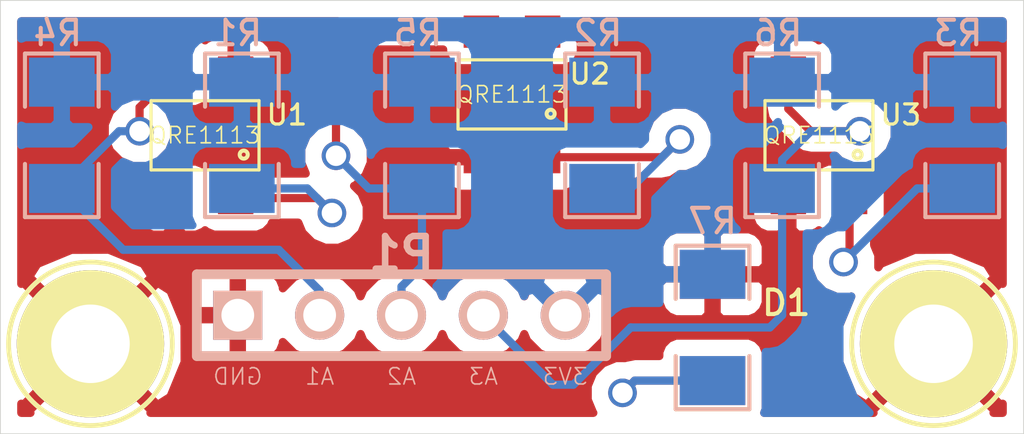
<source format=kicad_pcb>
(kicad_pcb (version 3) (host pcbnew "(2013-07-07 BZR 4022)-stable")

  (general
    (links 26)
    (no_connects 0)
    (area 202.353334 167.740696 236.304666 182.372)
    (thickness 1.6)
    (drawings 9)
    (tracks 52)
    (zones 0)
    (modules 14)
    (nets 10)
  )

  (page USLedger)
  (title_block 
    (title "Sensor Array")
    (rev A)
    (company Hazard)
  )

  (layers
    (15 F.Cu signal)
    (0 B.Cu signal hide)
    (16 B.Adhes user)
    (17 F.Adhes user)
    (18 B.Paste user)
    (19 F.Paste user)
    (20 B.SilkS user hide)
    (21 F.SilkS user)
    (22 B.Mask user)
    (23 F.Mask user)
    (28 Edge.Cuts user)
  )

  (setup
    (last_trace_width 0.254)
    (trace_clearance 0.381)
    (zone_clearance 0.508)
    (zone_45_only no)
    (trace_min 0.1524)
    (segment_width 0.2)
    (edge_width 0.0254)
    (via_size 0.889)
    (via_drill 0.635)
    (via_min_size 0.889)
    (via_min_drill 0.3302)
    (uvia_size 0.508)
    (uvia_drill 0.127)
    (uvias_allowed no)
    (uvia_min_size 0.508)
    (uvia_min_drill 0.127)
    (pcb_text_width 0.3)
    (pcb_text_size 1.5 1.5)
    (mod_edge_width 0.15)
    (mod_text_size 1 1)
    (mod_text_width 0.15)
    (pad_size 4.572 4.572)
    (pad_drill 2.4384)
    (pad_to_mask_clearance 0)
    (aux_axis_origin 0 0)
    (visible_elements 7FFFFD9F)
    (pcbplotparams
      (layerselection 3178497)
      (usegerberextensions true)
      (excludeedgelayer true)
      (linewidth 0.150000)
      (plotframeref false)
      (viasonmask false)
      (mode 1)
      (useauxorigin false)
      (hpglpennumber 1)
      (hpglpenspeed 20)
      (hpglpendiameter 15)
      (hpglpenoverlay 2)
      (psnegative false)
      (psa4output false)
      (plotreference true)
      (plotvalue true)
      (plotothertext true)
      (plotinvisibletext false)
      (padsonsilk false)
      (subtractmaskfromsilk false)
      (outputformat 1)
      (mirror false)
      (drillshape 1)
      (scaleselection 1)
      (outputdirectory ""))
  )

  (net 0 "")
  (net 1 3V3)
  (net 2 A1)
  (net 3 A2)
  (net 4 A3)
  (net 5 GND)
  (net 6 N-000003)
  (net 7 N-000006)
  (net 8 N-000008)
  (net 9 N-000009)

  (net_class Default "This is the default net class."
    (clearance 0.381)
    (trace_width 0.254)
    (via_dia 0.889)
    (via_drill 0.635)
    (uvia_dia 0.508)
    (uvia_drill 0.127)
    (add_net "")
    (add_net 3V3)
    (add_net A1)
    (add_net A2)
    (add_net A3)
    (add_net GND)
    (add_net N-000003)
    (add_net N-000006)
    (add_net N-000008)
    (add_net N-000009)
  )

  (module SM1206 (layer B.Cu) (tedit 547260E4) (tstamp 546A966C)
    (at 210.947 172.085 270)
    (path /54681008)
    (attr smd)
    (fp_text reference R1 (at -3.175 0.127 360) (layer B.SilkS)
      (effects (font (size 0.762 0.762) (thickness 0.127)) (justify mirror))
    )
    (fp_text value 56 (at 0 0 270) (layer B.SilkS) hide
      (effects (font (size 0.762 0.762) (thickness 0.127)) (justify mirror))
    )
    (fp_line (start -2.54 1.143) (end -2.54 -1.143) (layer B.SilkS) (width 0.127))
    (fp_line (start -2.54 -1.143) (end -0.889 -1.143) (layer B.SilkS) (width 0.127))
    (fp_line (start 0.889 1.143) (end 2.54 1.143) (layer B.SilkS) (width 0.127))
    (fp_line (start 2.54 1.143) (end 2.54 -1.143) (layer B.SilkS) (width 0.127))
    (fp_line (start 2.54 -1.143) (end 0.889 -1.143) (layer B.SilkS) (width 0.127))
    (fp_line (start -0.889 1.143) (end -2.54 1.143) (layer B.SilkS) (width 0.127))
    (pad 1 smd rect (at -1.651 0 270) (size 1.524 2.032)
      (layers B.Cu)
      (net 1 3V3)
    )
    (pad 2 smd rect (at 1.651 0 270) (size 1.524 2.032)
      (layers B.Cu)
      (net 9 N-000009)
    )
    (model smd/chip_cms.wrl
      (at (xyz 0 0 0))
      (scale (xyz 0.17 0.16 0.16))
      (rotate (xyz 0 0 0))
    )
  )

  (module SM1206 (layer B.Cu) (tedit 547260ED) (tstamp 546A9678)
    (at 205.359 172.085 270)
    (path /54681044)
    (attr smd)
    (fp_text reference R4 (at -3.175 0.127 360) (layer B.SilkS)
      (effects (font (size 0.762 0.762) (thickness 0.127)) (justify mirror))
    )
    (fp_text value 8.2k (at 0 0 270) (layer B.SilkS) hide
      (effects (font (size 0.762 0.762) (thickness 0.127)) (justify mirror))
    )
    (fp_line (start -2.54 1.143) (end -2.54 -1.143) (layer B.SilkS) (width 0.127))
    (fp_line (start -2.54 -1.143) (end -0.889 -1.143) (layer B.SilkS) (width 0.127))
    (fp_line (start 0.889 1.143) (end 2.54 1.143) (layer B.SilkS) (width 0.127))
    (fp_line (start 2.54 1.143) (end 2.54 -1.143) (layer B.SilkS) (width 0.127))
    (fp_line (start 2.54 -1.143) (end 0.889 -1.143) (layer B.SilkS) (width 0.127))
    (fp_line (start -0.889 1.143) (end -2.54 1.143) (layer B.SilkS) (width 0.127))
    (pad 1 smd rect (at -1.651 0 270) (size 1.524 2.032)
      (layers B.Cu)
      (net 1 3V3)
    )
    (pad 2 smd rect (at 1.651 0 270) (size 1.524 2.032)
      (layers B.Cu)
      (net 2 A1)
    )
    (model smd/chip_cms.wrl
      (at (xyz 0 0 0))
      (scale (xyz 0.17 0.16 0.16))
      (rotate (xyz 0 0 0))
    )
  )

  (module SM1206 (layer B.Cu) (tedit 547260DD) (tstamp 546A9684)
    (at 222.123 172.085 270)
    (path /546810BF)
    (attr smd)
    (fp_text reference R2 (at -3.175 0.127 360) (layer B.SilkS)
      (effects (font (size 0.762 0.762) (thickness 0.127)) (justify mirror))
    )
    (fp_text value 56 (at 0 0 270) (layer B.SilkS) hide
      (effects (font (size 0.762 0.762) (thickness 0.127)) (justify mirror))
    )
    (fp_line (start -2.54 1.143) (end -2.54 -1.143) (layer B.SilkS) (width 0.127))
    (fp_line (start -2.54 -1.143) (end -0.889 -1.143) (layer B.SilkS) (width 0.127))
    (fp_line (start 0.889 1.143) (end 2.54 1.143) (layer B.SilkS) (width 0.127))
    (fp_line (start 2.54 1.143) (end 2.54 -1.143) (layer B.SilkS) (width 0.127))
    (fp_line (start 2.54 -1.143) (end 0.889 -1.143) (layer B.SilkS) (width 0.127))
    (fp_line (start -0.889 1.143) (end -2.54 1.143) (layer B.SilkS) (width 0.127))
    (pad 1 smd rect (at -1.651 0 270) (size 1.524 2.032)
      (layers B.Cu)
      (net 1 3V3)
    )
    (pad 2 smd rect (at 1.651 0 270) (size 1.524 2.032)
      (layers B.Cu)
      (net 8 N-000008)
    )
    (model smd/chip_cms.wrl
      (at (xyz 0 0 0))
      (scale (xyz 0.17 0.16 0.16))
      (rotate (xyz 0 0 0))
    )
  )

  (module SM1206 (layer B.Cu) (tedit 547260E0) (tstamp 546A9690)
    (at 216.535 172.085 270)
    (path /546810CE)
    (attr smd)
    (fp_text reference R5 (at -3.175 0.127 360) (layer B.SilkS)
      (effects (font (size 0.762 0.762) (thickness 0.127)) (justify mirror))
    )
    (fp_text value 8.2k (at 0 0 270) (layer B.SilkS) hide
      (effects (font (size 0.762 0.762) (thickness 0.127)) (justify mirror))
    )
    (fp_line (start -2.54 1.143) (end -2.54 -1.143) (layer B.SilkS) (width 0.127))
    (fp_line (start -2.54 -1.143) (end -0.889 -1.143) (layer B.SilkS) (width 0.127))
    (fp_line (start 0.889 1.143) (end 2.54 1.143) (layer B.SilkS) (width 0.127))
    (fp_line (start 2.54 1.143) (end 2.54 -1.143) (layer B.SilkS) (width 0.127))
    (fp_line (start 2.54 -1.143) (end 0.889 -1.143) (layer B.SilkS) (width 0.127))
    (fp_line (start -0.889 1.143) (end -2.54 1.143) (layer B.SilkS) (width 0.127))
    (pad 1 smd rect (at -1.651 0 270) (size 1.524 2.032)
      (layers B.Cu)
      (net 1 3V3)
    )
    (pad 2 smd rect (at 1.651 0 270) (size 1.524 2.032)
      (layers B.Cu)
      (net 3 A2)
    )
    (model smd/chip_cms.wrl
      (at (xyz 0 0 0))
      (scale (xyz 0.17 0.16 0.16))
      (rotate (xyz 0 0 0))
    )
  )

  (module SM1206 (layer B.Cu) (tedit 547260C9) (tstamp 546A969C)
    (at 233.299 172.085 270)
    (path /546810F5)
    (attr smd)
    (fp_text reference R3 (at -3.175 0.127 360) (layer B.SilkS)
      (effects (font (size 0.762 0.762) (thickness 0.127)) (justify mirror))
    )
    (fp_text value 56 (at 0 0 270) (layer B.SilkS) hide
      (effects (font (size 0.762 0.762) (thickness 0.127)) (justify mirror))
    )
    (fp_line (start -2.54 1.143) (end -2.54 -1.143) (layer B.SilkS) (width 0.127))
    (fp_line (start -2.54 -1.143) (end -0.889 -1.143) (layer B.SilkS) (width 0.127))
    (fp_line (start 0.889 1.143) (end 2.54 1.143) (layer B.SilkS) (width 0.127))
    (fp_line (start 2.54 1.143) (end 2.54 -1.143) (layer B.SilkS) (width 0.127))
    (fp_line (start 2.54 -1.143) (end 0.889 -1.143) (layer B.SilkS) (width 0.127))
    (fp_line (start -0.889 1.143) (end -2.54 1.143) (layer B.SilkS) (width 0.127))
    (pad 1 smd rect (at -1.651 0 270) (size 1.524 2.032)
      (layers B.Cu)
      (net 1 3V3)
    )
    (pad 2 smd rect (at 1.651 0 270) (size 1.524 2.032)
      (layers B.Cu)
      (net 6 N-000003)
    )
    (model smd/chip_cms.wrl
      (at (xyz 0 0 0))
      (scale (xyz 0.17 0.16 0.16))
      (rotate (xyz 0 0 0))
    )
  )

  (module SM1206 (layer B.Cu) (tedit 547260CD) (tstamp 546A96A8)
    (at 227.711 172.085 270)
    (path /54681104)
    (attr smd)
    (fp_text reference R6 (at -3.175 0.127 360) (layer B.SilkS)
      (effects (font (size 0.762 0.762) (thickness 0.127)) (justify mirror))
    )
    (fp_text value 8.2k (at 0 0 270) (layer B.SilkS) hide
      (effects (font (size 0.762 0.762) (thickness 0.127)) (justify mirror))
    )
    (fp_line (start -2.54 1.143) (end -2.54 -1.143) (layer B.SilkS) (width 0.127))
    (fp_line (start -2.54 -1.143) (end -0.889 -1.143) (layer B.SilkS) (width 0.127))
    (fp_line (start 0.889 1.143) (end 2.54 1.143) (layer B.SilkS) (width 0.127))
    (fp_line (start 2.54 1.143) (end 2.54 -1.143) (layer B.SilkS) (width 0.127))
    (fp_line (start 2.54 -1.143) (end 0.889 -1.143) (layer B.SilkS) (width 0.127))
    (fp_line (start -0.889 1.143) (end -2.54 1.143) (layer B.SilkS) (width 0.127))
    (pad 1 smd rect (at -1.651 0 270) (size 1.524 2.032)
      (layers B.Cu)
      (net 1 3V3)
    )
    (pad 2 smd rect (at 1.651 0 270) (size 1.524 2.032)
      (layers B.Cu)
      (net 4 A3)
    )
    (model smd/chip_cms.wrl
      (at (xyz 0 0 0))
      (scale (xyz 0.17 0.16 0.16))
      (rotate (xyz 0 0 0))
    )
  )

  (module SM1206 (layer B.Cu) (tedit 547260F6) (tstamp 546AEFE3)
    (at 225.552 178.054 270)
    (path /54682081)
    (attr smd)
    (fp_text reference R7 (at -3.302 0 360) (layer B.SilkS)
      (effects (font (size 0.762 0.762) (thickness 0.127)) (justify mirror))
    )
    (fp_text value 10k (at 0 0 270) (layer B.SilkS) hide
      (effects (font (size 0.762 0.762) (thickness 0.127)) (justify mirror))
    )
    (fp_line (start -2.54 1.143) (end -2.54 -1.143) (layer B.SilkS) (width 0.127))
    (fp_line (start -2.54 -1.143) (end -0.889 -1.143) (layer B.SilkS) (width 0.127))
    (fp_line (start 0.889 1.143) (end 2.54 1.143) (layer B.SilkS) (width 0.127))
    (fp_line (start 2.54 1.143) (end 2.54 -1.143) (layer B.SilkS) (width 0.127))
    (fp_line (start 2.54 -1.143) (end 0.889 -1.143) (layer B.SilkS) (width 0.127))
    (fp_line (start -0.889 1.143) (end -2.54 1.143) (layer B.SilkS) (width 0.127))
    (pad 1 smd rect (at -1.651 0 270) (size 1.524 2.032)
      (layers B.Cu)
      (net 1 3V3)
    )
    (pad 2 smd rect (at 1.651 0 270) (size 1.524 2.032)
      (layers B.Cu)
      (net 7 N-000006)
    )
    (model smd/chip_cms.wrl
      (at (xyz 0 0 0))
      (scale (xyz 0.17 0.16 0.16))
      (rotate (xyz 0 0 0))
    )
  )

  (module SM1206 (layer F.Cu) (tedit 546AEFBF) (tstamp 546A96C0)
    (at 225.552 178.054 270)
    (path /54682090)
    (attr smd)
    (fp_text reference D1 (at -0.762 -2.286 360) (layer F.SilkS)
      (effects (font (size 0.762 0.762) (thickness 0.127)))
    )
    (fp_text value DIODE (at 0 0 270) (layer F.SilkS) hide
      (effects (font (size 0.762 0.762) (thickness 0.127)))
    )
    (fp_line (start -2.54 -1.143) (end -2.54 1.143) (layer F.SilkS) (width 0.127))
    (fp_line (start -2.54 1.143) (end -0.889 1.143) (layer F.SilkS) (width 0.127))
    (fp_line (start 0.889 -1.143) (end 2.54 -1.143) (layer F.SilkS) (width 0.127))
    (fp_line (start 2.54 -1.143) (end 2.54 1.143) (layer F.SilkS) (width 0.127))
    (fp_line (start 2.54 1.143) (end 0.889 1.143) (layer F.SilkS) (width 0.127))
    (fp_line (start -0.889 -1.143) (end -2.54 -1.143) (layer F.SilkS) (width 0.127))
    (pad 1 smd rect (at -1.651 0 270) (size 1.524 2.032)
      (layers F.Cu)
      (net 5 GND)
    )
    (pad 2 smd rect (at 1.651 0 270) (size 1.524 2.032)
      (layers F.Cu)
      (net 7 N-000006)
    )
    (model smd/chip_cms.wrl
      (at (xyz 0 0 0))
      (scale (xyz 0.17 0.16 0.16))
      (rotate (xyz 0 0 0))
    )
  )

  (module PIN_ARRAY_5x1 (layer B.Cu) (tedit 546AF377) (tstamp 546A9839)
    (at 215.9 177.673)
    (descr "Double rangee de contacts 2 x 5 pins")
    (tags CONN)
    (path /54680EA8)
    (fp_text reference P1 (at 0 -1.905) (layer B.SilkS)
      (effects (font (size 1.016 1.016) (thickness 0.2032)) (justify mirror))
    )
    (fp_text value CONN_5 (at -4.318 -2.413) (layer B.SilkS) hide
      (effects (font (size 1.016 1.016) (thickness 0.2032)) (justify mirror))
    )
    (fp_line (start -6.35 1.27) (end -6.35 -1.27) (layer B.SilkS) (width 0.3048))
    (fp_line (start 6.35 -1.27) (end 6.35 1.27) (layer B.SilkS) (width 0.3048))
    (fp_line (start -6.35 1.27) (end 6.35 1.27) (layer B.SilkS) (width 0.3048))
    (fp_line (start 6.35 -1.27) (end -6.35 -1.27) (layer B.SilkS) (width 0.3048))
    (pad 1 thru_hole rect (at -5.08 0) (size 1.524 1.524) (drill 1.016)
      (layers *.Cu *.Mask B.SilkS)
      (net 5 GND)
    )
    (pad 2 thru_hole circle (at -2.54 0) (size 1.524 1.524) (drill 1.016)
      (layers *.Cu *.Mask B.SilkS)
      (net 2 A1)
    )
    (pad 3 thru_hole circle (at 0 0) (size 1.524 1.524) (drill 1.016)
      (layers *.Cu *.Mask B.SilkS)
      (net 3 A2)
    )
    (pad 4 thru_hole circle (at 2.54 0) (size 1.524 1.524) (drill 1.016)
      (layers *.Cu *.Mask B.SilkS)
      (net 4 A3)
    )
    (pad 5 thru_hole circle (at 5.08 0) (size 1.524 1.524) (drill 1.016)
      (layers *.Cu *.Mask B.SilkS)
      (net 1 3V3)
    )
    (model pin_array/pins_array_5x1.wrl
      (at (xyz 0 0 0))
      (scale (xyz 1 1 1))
      (rotate (xyz 0 0 0))
    )
  )

  (module 2-48_mount (layer F.Cu) (tedit 546AEF9F) (tstamp 546B1C89)
    (at 232.41 178.562)
    (descr "module 1 pin (ou trou mecanique de percage)")
    (tags DEV)
    (path /546ABD00)
    (fp_text reference P2 (at 0 -3.048) (layer F.SilkS) hide
      (effects (font (size 1.016 1.016) (thickness 0.254)))
    )
    (fp_text value CONN_1 (at 0 2.794) (layer F.SilkS) hide
      (effects (font (size 1.016 1.016) (thickness 0.254)))
    )
    (fp_circle (center 0 0) (end 0 -2.54) (layer F.SilkS) (width 0.15))
    (pad 1 thru_hole circle (at 0 0) (size 4.572 4.572) (drill 2.4384)
      (layers *.Cu *.Mask F.SilkS)
      (net 5 GND)
    )
  )

  (module 2-48_mount (layer F.Cu) (tedit 546AEF37) (tstamp 546B1C8F)
    (at 206.248 178.562)
    (descr "module 1 pin (ou trou mecanique de percage)")
    (tags DEV)
    (path /546ABD0D)
    (fp_text reference P3 (at 0 -3.048) (layer F.SilkS) hide
      (effects (font (size 1.016 1.016) (thickness 0.254)))
    )
    (fp_text value CONN_1 (at 0 2.794) (layer F.SilkS) hide
      (effects (font (size 1.016 1.016) (thickness 0.254)))
    )
    (fp_circle (center 0 0) (end 0 -2.54) (layer F.SilkS) (width 0.15))
    (pad 1 thru_hole circle (at 0 0) (size 4.572 4.572) (drill 2.4384)
      (layers *.Cu *.Mask F.SilkS)
      (net 5 GND)
    )
  )

  (module QRE1113 (layer F.Cu) (tedit 54725FAA) (tstamp 5472BDE8)
    (at 219.329 170.815)
    (descr "Photodetector LED combo")
    (path /546810A9)
    (fp_text reference U2 (at 2.413 -0.635) (layer F.SilkS)
      (effects (font (size 0.625 0.625) (thickness 0.1)))
    )
    (fp_text value QRE1113 (at 0 0) (layer F.SilkS)
      (effects (font (size 0.508 0.508) (thickness 0.0508)))
    )
    (fp_line (start -1.625 1.025) (end 1.625 1.025) (layer Dwgs.User) (width 0.1))
    (fp_line (start 1.625 1.025) (end 1.625 -1.025) (layer Dwgs.User) (width 0.1))
    (fp_line (start 1.625 -1.025) (end -1.625 -1.025) (layer Dwgs.User) (width 0.1))
    (fp_line (start -1.625 -1.025) (end -1.625 1.025) (layer Dwgs.User) (width 0.1))
    (fp_line (start -1.675 1.075) (end 1.675 1.075) (layer F.SilkS) (width 0.1))
    (fp_line (start 1.675 1.075) (end 1.675 -1.075) (layer F.SilkS) (width 0.1))
    (fp_line (start 1.675 -1.075) (end -1.675 -1.075) (layer F.SilkS) (width 0.1))
    (fp_line (start -1.675 -1.075) (end -1.675 1.075) (layer F.SilkS) (width 0.1))
    (fp_circle (center 1.2 0.6) (end 1.288388 0.688388) (layer F.SilkS) (width 0.125))
    (pad 3 smd rect (at -0.95 -1.95) (size 1.1 1)
      (layers F.Cu F.Paste F.Mask)
      (net 3 A2)
    )
    (pad 4 smd rect (at -0.95 1.95) (size 1.1 1)
      (layers F.Cu F.Paste F.Mask)
      (net 5 GND)
    )
    (pad 1 smd rect (at 0.95 1.95) (size 1.1 1)
      (layers F.Cu F.Paste F.Mask)
      (net 8 N-000008)
    )
    (pad 2 smd rect (at 0.95 -1.95) (size 1.1 1)
      (layers F.Cu F.Paste F.Mask)
      (net 5 GND)
    )
  )

  (module QRE1113 (layer F.Cu) (tedit 54725FA8) (tstamp 546A8FA8)
    (at 209.804 172.085)
    (descr "Photodetector LED combo")
    (path /54680E59)
    (fp_text reference U1 (at 2.54 -0.635) (layer F.SilkS)
      (effects (font (size 0.625 0.625) (thickness 0.1)))
    )
    (fp_text value QRE1113 (at 0 0) (layer F.SilkS)
      (effects (font (size 0.508 0.508) (thickness 0.0508)))
    )
    (fp_line (start -1.625 1.025) (end 1.625 1.025) (layer Dwgs.User) (width 0.1))
    (fp_line (start 1.625 1.025) (end 1.625 -1.025) (layer Dwgs.User) (width 0.1))
    (fp_line (start 1.625 -1.025) (end -1.625 -1.025) (layer Dwgs.User) (width 0.1))
    (fp_line (start -1.625 -1.025) (end -1.625 1.025) (layer Dwgs.User) (width 0.1))
    (fp_line (start -1.675 1.075) (end 1.675 1.075) (layer F.SilkS) (width 0.1))
    (fp_line (start 1.675 1.075) (end 1.675 -1.075) (layer F.SilkS) (width 0.1))
    (fp_line (start 1.675 -1.075) (end -1.675 -1.075) (layer F.SilkS) (width 0.1))
    (fp_line (start -1.675 -1.075) (end -1.675 1.075) (layer F.SilkS) (width 0.1))
    (fp_circle (center 1.2 0.6) (end 1.288388 0.688388) (layer F.SilkS) (width 0.125))
    (pad 3 smd rect (at -0.95 -1.95) (size 1.1 1)
      (layers F.Cu F.Paste F.Mask)
      (net 2 A1)
    )
    (pad 4 smd rect (at -0.95 1.95) (size 1.1 1)
      (layers F.Cu F.Paste F.Mask)
      (net 5 GND)
    )
    (pad 1 smd rect (at 0.95 1.95) (size 1.1 1)
      (layers F.Cu F.Paste F.Mask)
      (net 9 N-000009)
    )
    (pad 2 smd rect (at 0.95 -1.95) (size 1.1 1)
      (layers F.Cu F.Paste F.Mask)
      (net 5 GND)
    )
  )

  (module QRE1113 (layer F.Cu) (tedit 54725FC9) (tstamp 546A8FCA)
    (at 228.854 172.085)
    (descr "Photodetector LED combo")
    (path /546810DF)
    (fp_text reference U3 (at 2.54 -0.635) (layer F.SilkS)
      (effects (font (size 0.625 0.625) (thickness 0.1)))
    )
    (fp_text value QRE1113 (at 0 0) (layer F.SilkS)
      (effects (font (size 0.508 0.508) (thickness 0.0508)))
    )
    (fp_line (start -1.625 1.025) (end 1.625 1.025) (layer Dwgs.User) (width 0.1))
    (fp_line (start 1.625 1.025) (end 1.625 -1.025) (layer Dwgs.User) (width 0.1))
    (fp_line (start 1.625 -1.025) (end -1.625 -1.025) (layer Dwgs.User) (width 0.1))
    (fp_line (start -1.625 -1.025) (end -1.625 1.025) (layer Dwgs.User) (width 0.1))
    (fp_line (start -1.675 1.075) (end 1.675 1.075) (layer F.SilkS) (width 0.1))
    (fp_line (start 1.675 1.075) (end 1.675 -1.075) (layer F.SilkS) (width 0.1))
    (fp_line (start 1.675 -1.075) (end -1.675 -1.075) (layer F.SilkS) (width 0.1))
    (fp_line (start -1.675 -1.075) (end -1.675 1.075) (layer F.SilkS) (width 0.1))
    (fp_circle (center 1.2 0.6) (end 1.288388 0.688388) (layer F.SilkS) (width 0.125))
    (pad 3 smd rect (at -0.95 -1.95) (size 1.1 1)
      (layers F.Cu F.Paste F.Mask)
      (net 4 A3)
    )
    (pad 4 smd rect (at -0.95 1.95) (size 1.1 1)
      (layers F.Cu F.Paste F.Mask)
      (net 5 GND)
    )
    (pad 1 smd rect (at 0.95 1.95) (size 1.1 1)
      (layers F.Cu F.Paste F.Mask)
      (net 6 N-000003)
    )
    (pad 2 smd rect (at 0.95 -1.95) (size 1.1 1)
      (layers F.Cu F.Paste F.Mask)
      (net 5 GND)
    )
  )

  (gr_text 3V3 (at 220.98 179.578) (layer B.SilkS)
    (effects (font (size 0.508 0.508) (thickness 0.0508)) (justify mirror))
  )
  (gr_text A3 (at 218.44 179.578) (layer B.SilkS)
    (effects (font (size 0.508 0.508) (thickness 0.0508)) (justify mirror))
  )
  (gr_text A2 (at 215.9 179.578) (layer B.SilkS)
    (effects (font (size 0.508 0.508) (thickness 0.0508)) (justify mirror))
  )
  (gr_text A1 (at 213.36 179.578) (layer B.SilkS)
    (effects (font (size 0.508 0.508) (thickness 0.0508)) (justify mirror))
  )
  (gr_text GND (at 210.82 179.578) (layer B.SilkS)
    (effects (font (size 0.508 0.508) (thickness 0.0508)) (justify mirror))
  )
  (gr_line (start 203.454 181.356) (end 203.454 167.894) (angle 90) (layer Edge.Cuts) (width 0.0254))
  (gr_line (start 235.204 181.356) (end 203.454 181.356) (angle 90) (layer Edge.Cuts) (width 0.0254))
  (gr_line (start 235.204 167.894) (end 235.204 181.356) (angle 90) (layer Edge.Cuts) (width 0.0254))
  (gr_line (start 203.454 167.894) (end 235.204 167.894) (angle 90) (layer Edge.Cuts) (width 0.0254))

  (segment (start 205.359 173.736) (end 207.137 171.958) (width 0.254) (layer B.Cu) (net 2))
  (segment (start 207.772 171.217) (end 208.854 170.135) (width 0.254) (layer F.Cu) (net 2) (tstamp 546B1CF6))
  (segment (start 207.772 171.958) (end 207.772 171.217) (width 0.254) (layer F.Cu) (net 2) (tstamp 546B1CF5))
  (via (at 207.772 171.958) (size 0.889) (layers F.Cu B.Cu) (net 2))
  (segment (start 207.137 171.958) (end 207.772 171.958) (width 0.254) (layer B.Cu) (net 2) (tstamp 546B1CEF))
  (segment (start 213.36 177.673) (end 213.36 176.911) (width 0.254) (layer B.Cu) (net 2))
  (segment (start 207.264 175.641) (end 205.359 173.736) (width 0.254) (layer B.Cu) (net 2) (tstamp 546A9E45))
  (segment (start 212.09 175.641) (end 207.264 175.641) (width 0.254) (layer B.Cu) (net 2) (tstamp 546A9E41))
  (segment (start 213.36 176.911) (end 212.09 175.641) (width 0.254) (layer B.Cu) (net 2) (tstamp 546A9E3E))
  (segment (start 216.535 173.736) (end 214.884 173.736) (width 0.254) (layer B.Cu) (net 3))
  (segment (start 218.17 168.656) (end 218.379 168.865) (width 0.254) (layer F.Cu) (net 3) (tstamp 546AE24E))
  (segment (start 214.884 168.656) (end 218.17 168.656) (width 0.254) (layer F.Cu) (net 3) (tstamp 546AE24D))
  (segment (start 213.868 169.672) (end 214.884 168.656) (width 0.254) (layer F.Cu) (net 3) (tstamp 546AE24C))
  (segment (start 213.868 172.72) (end 213.868 169.672) (width 0.254) (layer F.Cu) (net 3) (tstamp 546AE24B))
  (via (at 213.868 172.72) (size 0.889) (layers F.Cu B.Cu) (net 3))
  (segment (start 214.884 173.736) (end 213.868 172.72) (width 0.254) (layer B.Cu) (net 3) (tstamp 546AE245))
  (segment (start 215.9 177.673) (end 215.9 176.784) (width 0.254) (layer B.Cu) (net 3))
  (segment (start 216.535 176.149) (end 216.535 173.736) (width 0.254) (layer B.Cu) (net 3) (tstamp 546A9E51))
  (segment (start 215.9 176.784) (end 216.535 176.149) (width 0.254) (layer B.Cu) (net 3) (tstamp 546A9E50))
  (segment (start 227.711 173.736) (end 227.711 177.673) (width 0.254) (layer B.Cu) (net 4))
  (segment (start 220.599 179.832) (end 218.44 177.673) (width 0.254) (layer B.Cu) (net 4) (tstamp 546AEBFE))
  (segment (start 221.234 179.832) (end 220.599 179.832) (width 0.254) (layer B.Cu) (net 4) (tstamp 546AEBFC))
  (segment (start 223.012 178.054) (end 221.234 179.832) (width 0.254) (layer B.Cu) (net 4) (tstamp 546AEBF5))
  (segment (start 227.33 178.054) (end 223.012 178.054) (width 0.254) (layer B.Cu) (net 4) (tstamp 546AEBF2))
  (segment (start 227.711 177.673) (end 227.33 178.054) (width 0.254) (layer B.Cu) (net 4) (tstamp 546AEBEC))
  (segment (start 227.904 170.135) (end 227.904 171.262) (width 0.254) (layer F.Cu) (net 4))
  (segment (start 227.711 172.847) (end 227.711 173.736) (width 0.254) (layer B.Cu) (net 4) (tstamp 546AE8EB))
  (segment (start 228.6 171.958) (end 227.711 172.847) (width 0.254) (layer B.Cu) (net 4) (tstamp 546AE8E6))
  (segment (start 230.124 171.958) (end 228.6 171.958) (width 0.254) (layer B.Cu) (net 4) (tstamp 546AE8E5))
  (via (at 230.124 171.958) (size 0.889) (layers F.Cu B.Cu) (net 4))
  (segment (start 228.6 171.958) (end 230.124 171.958) (width 0.254) (layer F.Cu) (net 4) (tstamp 546AE8E1))
  (segment (start 227.904 171.262) (end 228.6 171.958) (width 0.254) (layer F.Cu) (net 4) (tstamp 546AE8DF))
  (segment (start 233.299 173.736) (end 231.902 173.736) (width 0.254) (layer B.Cu) (net 6))
  (segment (start 229.804 175.834) (end 229.804 174.035) (width 0.254) (layer F.Cu) (net 6) (tstamp 546AE90D))
  (segment (start 229.616 176.022) (end 229.804 175.834) (width 0.254) (layer F.Cu) (net 6) (tstamp 546AE90C))
  (via (at 229.616 176.022) (size 0.889) (layers F.Cu B.Cu) (net 6))
  (segment (start 231.902 173.736) (end 229.616 176.022) (width 0.254) (layer B.Cu) (net 6) (tstamp 546AE900))
  (segment (start 225.552 179.705) (end 223.139 179.705) (width 0.254) (layer B.Cu) (net 7))
  (segment (start 223.139 179.705) (end 225.552 179.705) (width 0.254) (layer F.Cu) (net 7) (tstamp 546AEACD))
  (segment (start 222.758 180.086) (end 223.139 179.705) (width 0.254) (layer F.Cu) (net 7) (tstamp 546AEACC))
  (via (at 222.758 180.086) (size 0.889) (layers F.Cu B.Cu) (net 7))
  (segment (start 223.139 179.705) (end 222.758 180.086) (width 0.254) (layer B.Cu) (net 7) (tstamp 546AEAC8))
  (segment (start 222.123 173.736) (end 223.012 173.736) (width 0.254) (layer B.Cu) (net 8))
  (segment (start 223.983 172.765) (end 220.279 172.765) (width 0.254) (layer F.Cu) (net 8) (tstamp 546AED3F))
  (segment (start 224.536 172.212) (end 223.983 172.765) (width 0.254) (layer F.Cu) (net 8) (tstamp 546AED3E))
  (via (at 224.536 172.212) (size 0.889) (layers F.Cu B.Cu) (net 8))
  (segment (start 223.012 173.736) (end 224.536 172.212) (width 0.254) (layer B.Cu) (net 8) (tstamp 546AED39))
  (segment (start 210.754 174.035) (end 213.278 174.035) (width 0.254) (layer F.Cu) (net 9))
  (segment (start 212.979 173.736) (end 210.947 173.736) (width 0.254) (layer B.Cu) (net 9) (tstamp 546AA48A))
  (segment (start 213.741 174.498) (end 212.979 173.736) (width 0.254) (layer B.Cu) (net 9) (tstamp 546AA489))
  (via (at 213.741 174.498) (size 0.889) (layers F.Cu B.Cu) (net 9))
  (segment (start 213.278 174.035) (end 213.741 174.498) (width 0.254) (layer F.Cu) (net 9) (tstamp 546AA484))

  (zone (net 5) (net_name GND) (layer F.Cu) (tstamp 546ADD3B) (hatch edge 0.508)
    (connect_pads (clearance 0.508))
    (min_thickness 0.254)
    (fill (arc_segments 16) (thermal_gap 0.508) (thermal_bridge_width 0.508))
    (polygon
      (pts
        (xy 234.95 181.102) (xy 203.708 181.102) (xy 203.708 168.148) (xy 234.95 168.148)
      )
    )
    (filled_polygon
      (pts
        (xy 234.5563 180.7083) (xy 234.270445 180.7083) (xy 234.311844 180.643449) (xy 232.41 178.741605) (xy 230.508156 180.643449)
        (xy 230.549554 180.7083) (xy 227.777 180.7083) (xy 227.777 175.01125) (xy 227.777 174.162) (xy 227.777 173.908)
        (xy 227.777 173.05875) (xy 227.61825 172.9) (xy 227.228245 172.89989) (xy 226.994771 172.996359) (xy 226.815987 173.174832)
        (xy 226.719111 173.408136) (xy 226.71889 173.660755) (xy 226.719 173.74925) (xy 226.87775 173.908) (xy 227.777 173.908)
        (xy 227.777 174.162) (xy 226.87775 174.162) (xy 226.719 174.32075) (xy 226.71889 174.409245) (xy 226.719111 174.661864)
        (xy 226.815987 174.895168) (xy 226.994771 175.073641) (xy 227.228245 175.17011) (xy 227.61825 175.17) (xy 227.777 175.01125)
        (xy 227.777 180.7083) (xy 227.155371 180.7083) (xy 227.202889 180.593864) (xy 227.20311 180.341245) (xy 227.20311 178.817245)
        (xy 227.20311 177.290755) (xy 227.20311 175.515245) (xy 227.106641 175.281771) (xy 226.928168 175.102987) (xy 226.694864 175.006111)
        (xy 226.442245 175.00589) (xy 225.83775 175.006) (xy 225.679 175.16475) (xy 225.679 176.276) (xy 227.04425 176.276)
        (xy 227.203 176.11725) (xy 227.20311 175.515245) (xy 227.20311 177.290755) (xy 227.203 176.68875) (xy 227.04425 176.53)
        (xy 225.679 176.53) (xy 225.679 177.64125) (xy 225.83775 177.8) (xy 226.442245 177.80011) (xy 226.694864 177.799889)
        (xy 226.928168 177.703013) (xy 227.106641 177.524229) (xy 227.20311 177.290755) (xy 227.20311 178.817245) (xy 227.106641 178.583771)
        (xy 226.928168 178.404987) (xy 226.694864 178.308111) (xy 226.442245 178.30789) (xy 225.615687 178.30789) (xy 225.615687 171.998216)
        (xy 225.451689 171.601311) (xy 225.148286 171.297378) (xy 224.751668 171.132687) (xy 224.322216 171.132313) (xy 223.925311 171.296311)
        (xy 223.621378 171.599714) (xy 223.456687 171.996332) (xy 223.456681 172.003) (xy 221.46411 172.003) (xy 221.46411 169.239245)
        (xy 221.464 169.15075) (xy 221.30525 168.992) (xy 220.406 168.992) (xy 220.406 169.84125) (xy 220.56475 170)
        (xy 220.954755 170.00011) (xy 221.188229 169.903641) (xy 221.367013 169.725168) (xy 221.463889 169.491864) (xy 221.46411 169.239245)
        (xy 221.46411 172.003) (xy 221.407814 172.003) (xy 221.367641 171.905771) (xy 221.189168 171.726987) (xy 220.955864 171.630111)
        (xy 220.703245 171.62989) (xy 219.603245 171.62989) (xy 219.369771 171.726359) (xy 219.329 171.767059) (xy 219.288229 171.726359)
        (xy 219.054755 171.62989) (xy 218.66475 171.63) (xy 218.506 171.78875) (xy 218.506 172.638) (xy 218.526 172.638)
        (xy 218.526 172.892) (xy 218.506 172.892) (xy 218.506 173.74125) (xy 218.66475 173.9) (xy 219.054755 173.90011)
        (xy 219.288229 173.803641) (xy 219.328914 173.763026) (xy 219.368832 173.803013) (xy 219.602136 173.899889) (xy 219.854755 173.90011)
        (xy 220.954755 173.90011) (xy 221.188229 173.803641) (xy 221.367013 173.625168) (xy 221.407775 173.527) (xy 223.983 173.527)
        (xy 223.983 173.526999) (xy 224.274604 173.468996) (xy 224.274605 173.468996) (xy 224.521815 173.303815) (xy 224.53413 173.291499)
        (xy 224.749784 173.291687) (xy 225.146689 173.127689) (xy 225.450622 172.824286) (xy 225.615313 172.427668) (xy 225.615687 171.998216)
        (xy 225.615687 178.30789) (xy 225.425 178.30789) (xy 225.425 177.64125) (xy 225.425 176.53) (xy 225.425 176.276)
        (xy 225.425 175.16475) (xy 225.26625 175.006) (xy 224.661755 175.00589) (xy 224.409136 175.006111) (xy 224.175832 175.102987)
        (xy 223.997359 175.281771) (xy 223.90089 175.515245) (xy 223.901 176.11725) (xy 224.05975 176.276) (xy 225.425 176.276)
        (xy 225.425 176.53) (xy 224.05975 176.53) (xy 223.901 176.68875) (xy 223.90089 177.290755) (xy 223.997359 177.524229)
        (xy 224.175832 177.703013) (xy 224.409136 177.799889) (xy 224.661755 177.80011) (xy 225.26625 177.8) (xy 225.425 177.64125)
        (xy 225.425 178.30789) (xy 224.410245 178.30789) (xy 224.176771 178.404359) (xy 223.997987 178.582832) (xy 223.901111 178.816136)
        (xy 223.901 178.943) (xy 223.139 178.943) (xy 222.847395 179.001004) (xy 222.839065 179.006569) (xy 222.544216 179.006313)
        (xy 222.377241 179.075305) (xy 222.377241 177.396339) (xy 222.165009 176.882697) (xy 221.77237 176.489372) (xy 221.259099 176.276244)
        (xy 220.703339 176.275759) (xy 220.189697 176.487991) (xy 219.796372 176.88063) (xy 219.71005 177.088514) (xy 219.625009 176.882697)
        (xy 219.23237 176.489372) (xy 218.719099 176.276244) (xy 218.252 176.275836) (xy 218.252 173.74125) (xy 218.252 172.892)
        (xy 218.252 172.638) (xy 218.252 171.78875) (xy 218.09325 171.63) (xy 217.703245 171.62989) (xy 217.469771 171.726359)
        (xy 217.290987 171.904832) (xy 217.194111 172.138136) (xy 217.19389 172.390755) (xy 217.194 172.47925) (xy 217.35275 172.638)
        (xy 218.252 172.638) (xy 218.252 172.892) (xy 217.35275 172.892) (xy 217.194 173.05075) (xy 217.19389 173.139245)
        (xy 217.194111 173.391864) (xy 217.290987 173.625168) (xy 217.469771 173.803641) (xy 217.703245 173.90011) (xy 218.09325 173.9)
        (xy 218.252 173.74125) (xy 218.252 176.275836) (xy 218.163339 176.275759) (xy 217.649697 176.487991) (xy 217.256372 176.88063)
        (xy 217.17005 177.088514) (xy 217.085009 176.882697) (xy 216.69237 176.489372) (xy 216.179099 176.276244) (xy 215.623339 176.275759)
        (xy 215.109697 176.487991) (xy 214.716372 176.88063) (xy 214.63005 177.088514) (xy 214.545009 176.882697) (xy 214.15237 176.489372)
        (xy 213.639099 176.276244) (xy 213.083339 176.275759) (xy 212.569697 176.487991) (xy 212.216937 176.840134) (xy 212.216889 176.784136)
        (xy 212.120013 176.550832) (xy 211.941229 176.372359) (xy 211.707755 176.27589) (xy 211.10575 176.276) (xy 210.947 176.43475)
        (xy 210.947 177.546) (xy 210.967 177.546) (xy 210.967 177.8) (xy 210.947 177.8) (xy 210.947 178.91125)
        (xy 211.10575 179.07) (xy 211.707755 179.07011) (xy 211.941229 178.973641) (xy 212.120013 178.795168) (xy 212.216889 178.561864)
        (xy 212.216938 178.505323) (xy 212.56763 178.856628) (xy 213.080901 179.069756) (xy 213.636661 179.070241) (xy 214.150303 178.858009)
        (xy 214.543628 178.46537) (xy 214.629949 178.257485) (xy 214.714991 178.463303) (xy 215.10763 178.856628) (xy 215.620901 179.069756)
        (xy 216.176661 179.070241) (xy 216.690303 178.858009) (xy 217.083628 178.46537) (xy 217.169949 178.257485) (xy 217.254991 178.463303)
        (xy 217.64763 178.856628) (xy 218.160901 179.069756) (xy 218.716661 179.070241) (xy 219.230303 178.858009) (xy 219.623628 178.46537)
        (xy 219.709949 178.257485) (xy 219.794991 178.463303) (xy 220.18763 178.856628) (xy 220.700901 179.069756) (xy 221.256661 179.070241)
        (xy 221.770303 178.858009) (xy 222.163628 178.46537) (xy 222.376756 177.952099) (xy 222.377241 177.396339) (xy 222.377241 179.075305)
        (xy 222.147311 179.170311) (xy 221.843378 179.473714) (xy 221.678687 179.870332) (xy 221.678313 180.299784) (xy 221.842311 180.696689)
        (xy 221.853901 180.7083) (xy 210.693 180.7083) (xy 210.693 178.91125) (xy 210.693 177.8) (xy 210.693 177.546)
        (xy 210.693 176.43475) (xy 210.53425 176.276) (xy 209.932245 176.27589) (xy 209.698771 176.372359) (xy 209.519987 176.550832)
        (xy 209.423111 176.784136) (xy 209.42289 177.036755) (xy 209.423 177.38725) (xy 209.58175 177.546) (xy 210.693 177.546)
        (xy 210.693 177.8) (xy 209.58175 177.8) (xy 209.423 177.95875) (xy 209.42289 178.309245) (xy 209.423111 178.561864)
        (xy 209.519987 178.795168) (xy 209.698771 178.973641) (xy 209.932245 179.07011) (xy 210.53425 179.07) (xy 210.693 178.91125)
        (xy 210.693 180.7083) (xy 209.170949 180.7083) (xy 209.170949 179.133129) (xy 209.167014 177.97109) (xy 208.729891 176.915782)
        (xy 208.727 176.913936) (xy 208.727 175.01125) (xy 208.727 174.162) (xy 207.82775 174.162) (xy 207.669 174.32075)
        (xy 207.66889 174.409245) (xy 207.669111 174.661864) (xy 207.765987 174.895168) (xy 207.944771 175.073641) (xy 208.178245 175.17011)
        (xy 208.56825 175.17) (xy 208.727 175.01125) (xy 208.727 176.913936) (xy 208.329449 176.660156) (xy 208.149844 176.839761)
        (xy 208.149844 176.480551) (xy 207.894218 176.080109) (xy 206.819129 175.639051) (xy 205.65709 175.642986) (xy 204.601782 176.080109)
        (xy 204.346156 176.480551) (xy 206.248 178.382395) (xy 208.149844 176.480551) (xy 208.149844 176.839761) (xy 206.427605 178.562)
        (xy 208.329449 180.463844) (xy 208.729891 180.208218) (xy 209.170949 179.133129) (xy 209.170949 180.7083) (xy 208.108445 180.7083)
        (xy 208.149844 180.643449) (xy 206.248 178.741605) (xy 204.346156 180.643449) (xy 204.387554 180.7083) (xy 204.1017 180.7083)
        (xy 204.1017 180.422445) (xy 204.166551 180.463844) (xy 206.068395 178.562) (xy 204.166551 176.660156) (xy 204.1017 176.701554)
        (xy 204.1017 168.5417) (xy 213.920669 168.5417) (xy 213.329185 169.133185) (xy 213.164004 169.380395) (xy 213.106 169.672)
        (xy 213.106 171.955358) (xy 212.953378 172.107714) (xy 212.788687 172.504332) (xy 212.788313 172.933784) (xy 212.928474 173.273)
        (xy 211.93911 173.273) (xy 211.93911 170.509245) (xy 211.93911 169.760755) (xy 211.938889 169.508136) (xy 211.842013 169.274832)
        (xy 211.663229 169.096359) (xy 211.429755 168.99989) (xy 211.03975 169) (xy 210.881 169.15875) (xy 210.881 170.008)
        (xy 211.78025 170.008) (xy 211.939 169.84925) (xy 211.93911 169.760755) (xy 211.93911 170.509245) (xy 211.939 170.42075)
        (xy 211.78025 170.262) (xy 210.881 170.262) (xy 210.881 171.11125) (xy 211.03975 171.27) (xy 211.429755 171.27011)
        (xy 211.663229 171.173641) (xy 211.842013 170.995168) (xy 211.938889 170.761864) (xy 211.93911 170.509245) (xy 211.93911 173.273)
        (xy 211.882814 173.273) (xy 211.842641 173.175771) (xy 211.664168 172.996987) (xy 211.430864 172.900111) (xy 211.178245 172.89989)
        (xy 210.627 172.89989) (xy 210.627 171.11125) (xy 210.627 170.262) (xy 210.607 170.262) (xy 210.607 170.008)
        (xy 210.627 170.008) (xy 210.627 169.15875) (xy 210.46825 169) (xy 210.078245 168.99989) (xy 209.844771 169.096359)
        (xy 209.804085 169.136973) (xy 209.764168 169.096987) (xy 209.530864 169.000111) (xy 209.278245 168.99989) (xy 208.178245 168.99989)
        (xy 207.944771 169.096359) (xy 207.765987 169.274832) (xy 207.669111 169.508136) (xy 207.66889 169.760755) (xy 207.66889 170.24248)
        (xy 207.233185 170.678185) (xy 207.068004 170.925395) (xy 207.015868 171.187499) (xy 207.015867 171.1875) (xy 206.857378 171.345714)
        (xy 206.692687 171.742332) (xy 206.692313 172.171784) (xy 206.856311 172.568689) (xy 207.159714 172.872622) (xy 207.556332 173.037313)
        (xy 207.903442 173.037615) (xy 207.765987 173.174832) (xy 207.669111 173.408136) (xy 207.66889 173.660755) (xy 207.669 173.74925)
        (xy 207.82775 173.908) (xy 208.727 173.908) (xy 208.727 173.05875) (xy 208.56825 172.9) (xy 208.319181 172.899929)
        (xy 208.382689 172.873689) (xy 208.686622 172.570286) (xy 208.851313 172.173668) (xy 208.851687 171.744216) (xy 208.696937 171.369692)
        (xy 208.79652 171.27011) (xy 209.529755 171.27011) (xy 209.763229 171.173641) (xy 209.804 171.13294) (xy 209.844771 171.173641)
        (xy 210.078245 171.27011) (xy 210.46825 171.27) (xy 210.627 171.11125) (xy 210.627 172.89989) (xy 210.078245 172.89989)
        (xy 209.844771 172.996359) (xy 209.804 173.037059) (xy 209.763229 172.996359) (xy 209.529755 172.89989) (xy 209.13975 172.9)
        (xy 208.981 173.05875) (xy 208.981 173.908) (xy 209.001 173.908) (xy 209.001 174.162) (xy 208.981 174.162)
        (xy 208.981 175.01125) (xy 209.13975 175.17) (xy 209.529755 175.17011) (xy 209.763229 175.073641) (xy 209.803914 175.033026)
        (xy 209.843832 175.073013) (xy 210.077136 175.169889) (xy 210.329755 175.17011) (xy 211.429755 175.17011) (xy 211.663229 175.073641)
        (xy 211.842013 174.895168) (xy 211.882775 174.797) (xy 212.696523 174.797) (xy 212.825311 175.108689) (xy 213.128714 175.412622)
        (xy 213.525332 175.577313) (xy 213.954784 175.577687) (xy 214.351689 175.413689) (xy 214.655622 175.110286) (xy 214.820313 174.713668)
        (xy 214.820687 174.284216) (xy 214.656689 173.887311) (xy 214.426876 173.657097) (xy 214.478689 173.635689) (xy 214.782622 173.332286)
        (xy 214.947313 172.935668) (xy 214.947687 172.506216) (xy 214.783689 172.109311) (xy 214.63 171.955353) (xy 214.63 169.98763)
        (xy 215.19963 169.418) (xy 217.19389 169.418) (xy 217.19389 169.490755) (xy 217.290359 169.724229) (xy 217.468832 169.903013)
        (xy 217.702136 169.999889) (xy 217.954755 170.00011) (xy 219.054755 170.00011) (xy 219.288229 169.903641) (xy 219.329 169.86294)
        (xy 219.369771 169.903641) (xy 219.603245 170.00011) (xy 219.99325 170) (xy 220.152 169.84125) (xy 220.152 168.992)
        (xy 220.132 168.992) (xy 220.132 168.738) (xy 220.152 168.738) (xy 220.152 168.718) (xy 220.406 168.718)
        (xy 220.406 168.738) (xy 221.30525 168.738) (xy 221.464 168.57925) (xy 221.464046 168.5417) (xy 234.5563 168.5417)
        (xy 234.5563 176.701554) (xy 234.491449 176.660156) (xy 234.311844 176.839761) (xy 234.311844 176.480551) (xy 234.056218 176.080109)
        (xy 232.981129 175.639051) (xy 231.81909 175.642986) (xy 230.763782 176.080109) (xy 230.695356 176.187298) (xy 230.695687 175.808216)
        (xy 230.566 175.494349) (xy 230.566 175.134474) (xy 230.713229 175.073641) (xy 230.892013 174.895168) (xy 230.988889 174.661864)
        (xy 230.98911 174.409245) (xy 230.98911 173.409245) (xy 230.892641 173.175771) (xy 230.714168 172.996987) (xy 230.575569 172.939435)
        (xy 230.734689 172.873689) (xy 231.038622 172.570286) (xy 231.203313 172.173668) (xy 231.203687 171.744216) (xy 231.039689 171.347311)
        (xy 230.789908 171.097094) (xy 230.892013 170.995168) (xy 230.988889 170.761864) (xy 230.98911 170.509245) (xy 230.98911 169.760755)
        (xy 230.988889 169.508136) (xy 230.892013 169.274832) (xy 230.713229 169.096359) (xy 230.479755 168.99989) (xy 230.08975 169)
        (xy 229.931 169.15875) (xy 229.931 170.008) (xy 230.83025 170.008) (xy 230.989 169.84925) (xy 230.98911 169.760755)
        (xy 230.98911 170.509245) (xy 230.989 170.42075) (xy 230.83025 170.262) (xy 229.931 170.262) (xy 229.931 170.282)
        (xy 229.677 170.282) (xy 229.677 170.262) (xy 229.657 170.262) (xy 229.657 170.008) (xy 229.677 170.008)
        (xy 229.677 169.15875) (xy 229.51825 169) (xy 229.128245 168.99989) (xy 228.894771 169.096359) (xy 228.854085 169.136973)
        (xy 228.814168 169.096987) (xy 228.580864 169.000111) (xy 228.328245 168.99989) (xy 227.228245 168.99989) (xy 226.994771 169.096359)
        (xy 226.815987 169.274832) (xy 226.719111 169.508136) (xy 226.71889 169.760755) (xy 226.71889 170.760755) (xy 226.815359 170.994229)
        (xy 226.993832 171.173013) (xy 227.142 171.234537) (xy 227.142 171.262) (xy 227.200004 171.553605) (xy 227.365185 171.800815)
        (xy 228.061184 172.496815) (xy 228.061185 172.496815) (xy 228.308395 172.661996) (xy 228.6 172.72) (xy 229.359358 172.72)
        (xy 229.511714 172.872622) (xy 229.577382 172.89989) (xy 229.128245 172.89989) (xy 228.894771 172.996359) (xy 228.854 173.037059)
        (xy 228.813229 172.996359) (xy 228.579755 172.89989) (xy 228.18975 172.9) (xy 228.031 173.05875) (xy 228.031 173.908)
        (xy 228.051 173.908) (xy 228.051 174.162) (xy 228.031 174.162) (xy 228.031 175.01125) (xy 228.18975 175.17)
        (xy 228.579755 175.17011) (xy 228.813229 175.073641) (xy 228.853914 175.033026) (xy 228.893832 175.073013) (xy 228.996119 175.115486)
        (xy 228.701378 175.409714) (xy 228.536687 175.806332) (xy 228.536313 176.235784) (xy 228.700311 176.632689) (xy 229.003714 176.936622)
        (xy 229.400332 177.101313) (xy 229.829784 177.101687) (xy 229.856343 177.090712) (xy 229.487051 177.990871) (xy 229.490986 179.15291)
        (xy 229.928109 180.208218) (xy 230.328551 180.463844) (xy 232.230395 178.562) (xy 232.216252 178.547857) (xy 232.395857 178.368252)
        (xy 232.41 178.382395) (xy 234.311844 176.480551) (xy 234.311844 176.839761) (xy 232.589605 178.562) (xy 234.491449 180.463844)
        (xy 234.5563 180.422445) (xy 234.5563 180.7083)
      )
    )
  )
  (zone (net 1) (net_name 3V3) (layer B.Cu) (tstamp 546ADEB6) (hatch edge 0.508)
    (connect_pads (clearance 0.508))
    (min_thickness 0.254)
    (fill (arc_segments 16) (thermal_gap 0.508) (thermal_bridge_width 0.508))
    (polygon
      (pts
        (xy 234.95 181.102) (xy 203.708 181.102) (xy 203.708 168.148) (xy 234.95 168.148)
      )
    )
    (filled_polygon
      (pts
        (xy 234.5563 172.386628) (xy 234.441864 172.339111) (xy 234.189245 172.33889) (xy 233.172 172.33889) (xy 233.172 171.67225)
        (xy 233.172 170.561) (xy 233.172 170.307) (xy 233.172 169.19575) (xy 233.01325 169.037) (xy 232.408755 169.03689)
        (xy 232.156136 169.037111) (xy 231.922832 169.133987) (xy 231.744359 169.312771) (xy 231.64789 169.546245) (xy 231.648 170.14825)
        (xy 231.80675 170.307) (xy 233.172 170.307) (xy 233.172 170.561) (xy 231.80675 170.561) (xy 231.648 170.71975)
        (xy 231.64789 171.321755) (xy 231.744359 171.555229) (xy 231.922832 171.734013) (xy 232.156136 171.830889) (xy 232.408755 171.83111)
        (xy 233.01325 171.831) (xy 233.172 171.67225) (xy 233.172 172.33889) (xy 232.157245 172.33889) (xy 231.923771 172.435359)
        (xy 231.744987 172.613832) (xy 231.648111 172.847136) (xy 231.647955 173.024532) (xy 231.610395 173.032004) (xy 231.363184 173.197185)
        (xy 229.617868 174.9425) (xy 229.402216 174.942313) (xy 229.005311 175.106311) (xy 228.701378 175.409714) (xy 228.536687 175.806332)
        (xy 228.536313 176.235784) (xy 228.700311 176.632689) (xy 229.003714 176.936622) (xy 229.400332 177.101313) (xy 229.829784 177.101687)
        (xy 229.858488 177.089826) (xy 229.489509 177.978428) (xy 229.488495 179.140474) (xy 229.932253 180.214452) (xy 230.425239 180.7083)
        (xy 227.155371 180.7083) (xy 227.202889 180.593864) (xy 227.20311 180.341245) (xy 227.20311 178.817245) (xy 227.202595 178.816)
        (xy 227.33 178.816) (xy 227.33 178.815999) (xy 227.621604 178.757996) (xy 227.621605 178.757996) (xy 227.868815 178.592815)
        (xy 228.249815 178.211816) (xy 228.249815 178.211815) (xy 228.414996 177.964605) (xy 228.472999 177.673) (xy 228.473 177.673)
        (xy 228.473 175.13311) (xy 228.852755 175.13311) (xy 229.086229 175.036641) (xy 229.265013 174.858168) (xy 229.361889 174.624864)
        (xy 229.36211 174.372245) (xy 229.36211 172.848245) (xy 229.30912 172.72) (xy 229.359358 172.72) (xy 229.511714 172.872622)
        (xy 229.908332 173.037313) (xy 230.337784 173.037687) (xy 230.734689 172.873689) (xy 231.038622 172.570286) (xy 231.203313 172.173668)
        (xy 231.203687 171.744216) (xy 231.039689 171.347311) (xy 230.736286 171.043378) (xy 230.339668 170.878687) (xy 229.910216 170.878313)
        (xy 229.513311 171.042311) (xy 229.36211 171.193247) (xy 229.36211 169.546245) (xy 229.265641 169.312771) (xy 229.087168 169.133987)
        (xy 228.853864 169.037111) (xy 228.601245 169.03689) (xy 227.99675 169.037) (xy 227.838 169.19575) (xy 227.838 170.307)
        (xy 229.20325 170.307) (xy 229.362 170.14825) (xy 229.36211 169.546245) (xy 229.36211 171.193247) (xy 229.362086 171.193271)
        (xy 229.362 170.71975) (xy 229.20325 170.561) (xy 227.838 170.561) (xy 227.838 170.581) (xy 227.584 170.581)
        (xy 227.584 170.561) (xy 227.584 170.307) (xy 227.584 169.19575) (xy 227.42525 169.037) (xy 226.820755 169.03689)
        (xy 226.568136 169.037111) (xy 226.334832 169.133987) (xy 226.156359 169.312771) (xy 226.05989 169.546245) (xy 226.06 170.14825)
        (xy 226.21875 170.307) (xy 227.584 170.307) (xy 227.584 170.561) (xy 226.21875 170.561) (xy 226.06 170.71975)
        (xy 226.05989 171.321755) (xy 226.156359 171.555229) (xy 226.334832 171.734013) (xy 226.568136 171.830889) (xy 226.820755 171.83111)
        (xy 227.42525 171.831) (xy 227.583998 171.672252) (xy 227.583998 171.831) (xy 227.584 171.831) (xy 227.649369 171.831)
        (xy 227.584 171.896369) (xy 227.172185 172.308185) (xy 227.151668 172.33889) (xy 226.569245 172.33889) (xy 226.335771 172.435359)
        (xy 226.156987 172.613832) (xy 226.060111 172.847136) (xy 226.05989 173.099755) (xy 226.05989 174.623755) (xy 226.156359 174.857229)
        (xy 226.304786 175.005915) (xy 225.83775 175.006) (xy 225.679 175.16475) (xy 225.679 176.276) (xy 225.699 176.276)
        (xy 225.699 176.53) (xy 225.679 176.53) (xy 225.679 176.55) (xy 225.615687 176.55) (xy 225.615687 171.998216)
        (xy 225.451689 171.601311) (xy 225.148286 171.297378) (xy 224.751668 171.132687) (xy 224.322216 171.132313) (xy 223.925311 171.296311)
        (xy 223.685855 171.535349) (xy 223.77411 171.321755) (xy 223.77411 169.546245) (xy 223.677641 169.312771) (xy 223.499168 169.133987)
        (xy 223.265864 169.037111) (xy 223.013245 169.03689) (xy 222.40875 169.037) (xy 222.25 169.19575) (xy 222.25 170.307)
        (xy 223.61525 170.307) (xy 223.774 170.14825) (xy 223.77411 169.546245) (xy 223.77411 171.321755) (xy 223.774 170.71975)
        (xy 223.61525 170.561) (xy 222.25 170.561) (xy 222.25 171.67225) (xy 222.40875 171.831) (xy 223.013245 171.83111)
        (xy 223.265864 171.830889) (xy 223.499168 171.734013) (xy 223.612934 171.620048) (xy 223.456687 171.996332) (xy 223.456497 172.213871)
        (xy 223.312071 172.358297) (xy 223.265864 172.339111) (xy 223.013245 172.33889) (xy 221.996 172.33889) (xy 221.996 171.67225)
        (xy 221.996 170.561) (xy 221.996 170.307) (xy 221.996 169.19575) (xy 221.83725 169.037) (xy 221.232755 169.03689)
        (xy 220.980136 169.037111) (xy 220.746832 169.133987) (xy 220.568359 169.312771) (xy 220.47189 169.546245) (xy 220.472 170.14825)
        (xy 220.63075 170.307) (xy 221.996 170.307) (xy 221.996 170.561) (xy 220.63075 170.561) (xy 220.472 170.71975)
        (xy 220.47189 171.321755) (xy 220.568359 171.555229) (xy 220.746832 171.734013) (xy 220.980136 171.830889) (xy 221.232755 171.83111)
        (xy 221.83725 171.831) (xy 221.996 171.67225) (xy 221.996 172.33889) (xy 220.981245 172.33889) (xy 220.747771 172.435359)
        (xy 220.568987 172.613832) (xy 220.472111 172.847136) (xy 220.47189 173.099755) (xy 220.47189 174.623755) (xy 220.568359 174.857229)
        (xy 220.746832 175.036013) (xy 220.980136 175.132889) (xy 221.232755 175.13311) (xy 223.264755 175.13311) (xy 223.498229 175.036641)
        (xy 223.677013 174.858168) (xy 223.773889 174.624864) (xy 223.77411 174.372245) (xy 223.77411 174.05152) (xy 224.534131 173.291499)
        (xy 224.749784 173.291687) (xy 225.146689 173.127689) (xy 225.450622 172.824286) (xy 225.615313 172.427668) (xy 225.615687 171.998216)
        (xy 225.615687 176.55) (xy 225.425 176.55) (xy 225.425 176.53) (xy 225.425 176.276) (xy 225.425 175.16475)
        (xy 225.26625 175.006) (xy 224.661755 175.00589) (xy 224.409136 175.006111) (xy 224.175832 175.102987) (xy 223.997359 175.281771)
        (xy 223.90089 175.515245) (xy 223.901 176.11725) (xy 224.05975 176.276) (xy 225.425 176.276) (xy 225.425 176.53)
        (xy 224.05975 176.53) (xy 223.901 176.68875) (xy 223.90089 177.290755) (xy 223.901404 177.292) (xy 223.012 177.292)
        (xy 222.720395 177.350004) (xy 222.473184 177.515185) (xy 222.375725 177.612643) (xy 222.36136 177.325631) (xy 222.202396 176.941858)
        (xy 221.960212 176.872393) (xy 221.780607 177.051998) (xy 221.780607 176.692788) (xy 221.711142 176.450604) (xy 221.187696 176.263857)
        (xy 220.632631 176.29164) (xy 220.248858 176.450604) (xy 220.179393 176.692788) (xy 220.98 177.493395) (xy 221.780607 176.692788)
        (xy 221.780607 177.051998) (xy 221.159605 177.673) (xy 221.173747 177.687142) (xy 220.994142 177.866747) (xy 220.98 177.852605)
        (xy 220.965857 177.866747) (xy 220.786252 177.687142) (xy 220.800395 177.673) (xy 219.999788 176.872393) (xy 219.757604 176.941858)
        (xy 219.707491 177.082321) (xy 219.625009 176.882697) (xy 219.23237 176.489372) (xy 218.719099 176.276244) (xy 218.163339 176.275759)
        (xy 217.649697 176.487991) (xy 217.256372 176.88063) (xy 217.17005 177.088514) (xy 217.085009 176.882697) (xy 216.982061 176.779569)
        (xy 217.073815 176.687816) (xy 217.073815 176.687815) (xy 217.238996 176.440605) (xy 217.296999 176.149) (xy 217.297 176.149)
        (xy 217.297 175.13311) (xy 217.676755 175.13311) (xy 217.910229 175.036641) (xy 218.089013 174.858168) (xy 218.185889 174.624864)
        (xy 218.18611 174.372245) (xy 218.18611 172.848245) (xy 218.18611 171.321755) (xy 218.18611 169.546245) (xy 218.089641 169.312771)
        (xy 217.911168 169.133987) (xy 217.677864 169.037111) (xy 217.425245 169.03689) (xy 216.82075 169.037) (xy 216.662 169.19575)
        (xy 216.662 170.307) (xy 218.02725 170.307) (xy 218.186 170.14825) (xy 218.18611 169.546245) (xy 218.18611 171.321755)
        (xy 218.186 170.71975) (xy 218.02725 170.561) (xy 216.662 170.561) (xy 216.662 171.67225) (xy 216.82075 171.831)
        (xy 217.425245 171.83111) (xy 217.677864 171.830889) (xy 217.911168 171.734013) (xy 218.089641 171.555229) (xy 218.18611 171.321755)
        (xy 218.18611 172.848245) (xy 218.089641 172.614771) (xy 217.911168 172.435987) (xy 217.677864 172.339111) (xy 217.425245 172.33889)
        (xy 216.408 172.33889) (xy 216.408 171.67225) (xy 216.408 170.561) (xy 216.408 170.307) (xy 216.408 169.19575)
        (xy 216.24925 169.037) (xy 215.644755 169.03689) (xy 215.392136 169.037111) (xy 215.158832 169.133987) (xy 214.980359 169.312771)
        (xy 214.88389 169.546245) (xy 214.884 170.14825) (xy 215.04275 170.307) (xy 216.408 170.307) (xy 216.408 170.561)
        (xy 215.04275 170.561) (xy 214.884 170.71975) (xy 214.88389 171.321755) (xy 214.980359 171.555229) (xy 215.158832 171.734013)
        (xy 215.392136 171.830889) (xy 215.644755 171.83111) (xy 216.24925 171.831) (xy 216.408 171.67225) (xy 216.408 172.33889)
        (xy 215.393245 172.33889) (xy 215.159771 172.435359) (xy 214.980987 172.613832) (xy 214.947523 172.694422) (xy 214.947687 172.506216)
        (xy 214.783689 172.109311) (xy 214.480286 171.805378) (xy 214.083668 171.640687) (xy 213.654216 171.640313) (xy 213.257311 171.804311)
        (xy 212.953378 172.107714) (xy 212.788687 172.504332) (xy 212.788313 172.933784) (xy 212.804929 172.974) (xy 212.59811 172.974)
        (xy 212.59811 172.848245) (xy 212.59811 171.321755) (xy 212.59811 169.546245) (xy 212.501641 169.312771) (xy 212.323168 169.133987)
        (xy 212.089864 169.037111) (xy 211.837245 169.03689) (xy 211.23275 169.037) (xy 211.074 169.19575) (xy 211.074 170.307)
        (xy 212.43925 170.307) (xy 212.598 170.14825) (xy 212.59811 169.546245) (xy 212.59811 171.321755) (xy 212.598 170.71975)
        (xy 212.43925 170.561) (xy 211.074 170.561) (xy 211.074 171.67225) (xy 211.23275 171.831) (xy 211.837245 171.83111)
        (xy 212.089864 171.830889) (xy 212.323168 171.734013) (xy 212.501641 171.555229) (xy 212.59811 171.321755) (xy 212.59811 172.848245)
        (xy 212.501641 172.614771) (xy 212.323168 172.435987) (xy 212.089864 172.339111) (xy 211.837245 172.33889) (xy 210.82 172.33889)
        (xy 210.82 171.67225) (xy 210.82 170.561) (xy 210.82 170.307) (xy 210.82 169.19575) (xy 210.66125 169.037)
        (xy 210.056755 169.03689) (xy 209.804136 169.037111) (xy 209.570832 169.133987) (xy 209.392359 169.312771) (xy 209.29589 169.546245)
        (xy 209.296 170.14825) (xy 209.45475 170.307) (xy 210.82 170.307) (xy 210.82 170.561) (xy 209.45475 170.561)
        (xy 209.296 170.71975) (xy 209.29589 171.321755) (xy 209.392359 171.555229) (xy 209.570832 171.734013) (xy 209.804136 171.830889)
        (xy 210.056755 171.83111) (xy 210.66125 171.831) (xy 210.82 171.67225) (xy 210.82 172.33889) (xy 209.805245 172.33889)
        (xy 209.571771 172.435359) (xy 209.392987 172.613832) (xy 209.296111 172.847136) (xy 209.29589 173.099755) (xy 209.29589 174.623755)
        (xy 209.392359 174.857229) (xy 209.414092 174.879) (xy 207.57963 174.879) (xy 207.01011 174.309479) (xy 207.01011 173.16252)
        (xy 207.258845 172.913785) (xy 207.556332 173.037313) (xy 207.985784 173.037687) (xy 208.382689 172.873689) (xy 208.686622 172.570286)
        (xy 208.851313 172.173668) (xy 208.851687 171.744216) (xy 208.687689 171.347311) (xy 208.384286 171.043378) (xy 207.987668 170.878687)
        (xy 207.558216 170.878313) (xy 207.161311 171.042311) (xy 207.01011 171.193247) (xy 207.01011 169.546245) (xy 206.913641 169.312771)
        (xy 206.735168 169.133987) (xy 206.501864 169.037111) (xy 206.249245 169.03689) (xy 205.64475 169.037) (xy 205.486 169.19575)
        (xy 205.486 170.307) (xy 206.85125 170.307) (xy 207.01 170.14825) (xy 207.01011 169.546245) (xy 207.01011 171.193247)
        (xy 207.010086 171.193271) (xy 207.01 170.71975) (xy 206.85125 170.561) (xy 205.486 170.561) (xy 205.486 171.67225)
        (xy 205.64475 171.831) (xy 206.18627 171.831098) (xy 205.678479 172.33889) (xy 204.217245 172.33889) (xy 204.1017 172.386631)
        (xy 204.1017 171.783371) (xy 204.216136 171.830889) (xy 204.468755 171.83111) (xy 205.07325 171.831) (xy 205.232 171.67225)
        (xy 205.232 170.561) (xy 205.212 170.561) (xy 205.212 170.307) (xy 205.232 170.307) (xy 205.232 169.19575)
        (xy 205.07325 169.037) (xy 204.468755 169.03689) (xy 204.216136 169.037111) (xy 204.1017 169.084628) (xy 204.1017 168.5417)
        (xy 234.5563 168.5417) (xy 234.5563 169.084628) (xy 234.441864 169.037111) (xy 234.189245 169.03689) (xy 233.58475 169.037)
        (xy 233.426 169.19575) (xy 233.426 170.307) (xy 233.446 170.307) (xy 233.446 170.561) (xy 233.426 170.561)
        (xy 233.426 171.67225) (xy 233.58475 171.831) (xy 234.189245 171.83111) (xy 234.441864 171.830889) (xy 234.5563 171.783371)
        (xy 234.5563 172.386628)
      )
    )
  )
)

</source>
